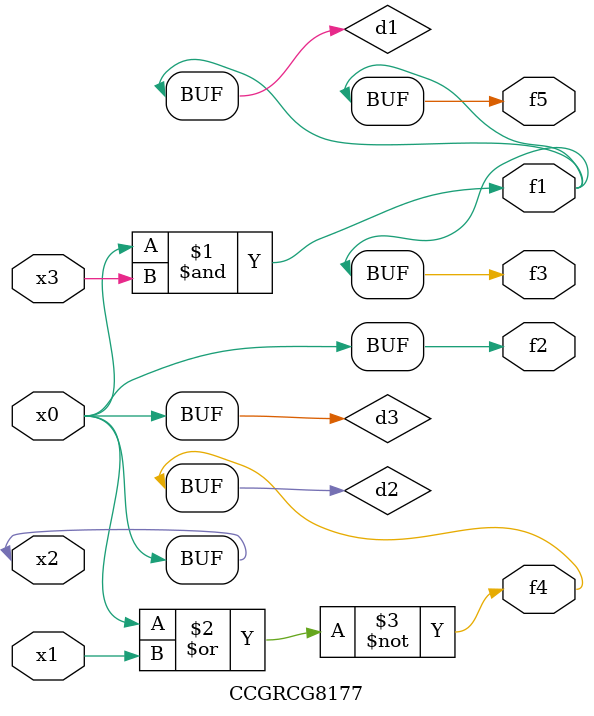
<source format=v>
module CCGRCG8177(
	input x0, x1, x2, x3,
	output f1, f2, f3, f4, f5
);

	wire d1, d2, d3;

	and (d1, x2, x3);
	nor (d2, x0, x1);
	buf (d3, x0, x2);
	assign f1 = d1;
	assign f2 = d3;
	assign f3 = d1;
	assign f4 = d2;
	assign f5 = d1;
endmodule

</source>
